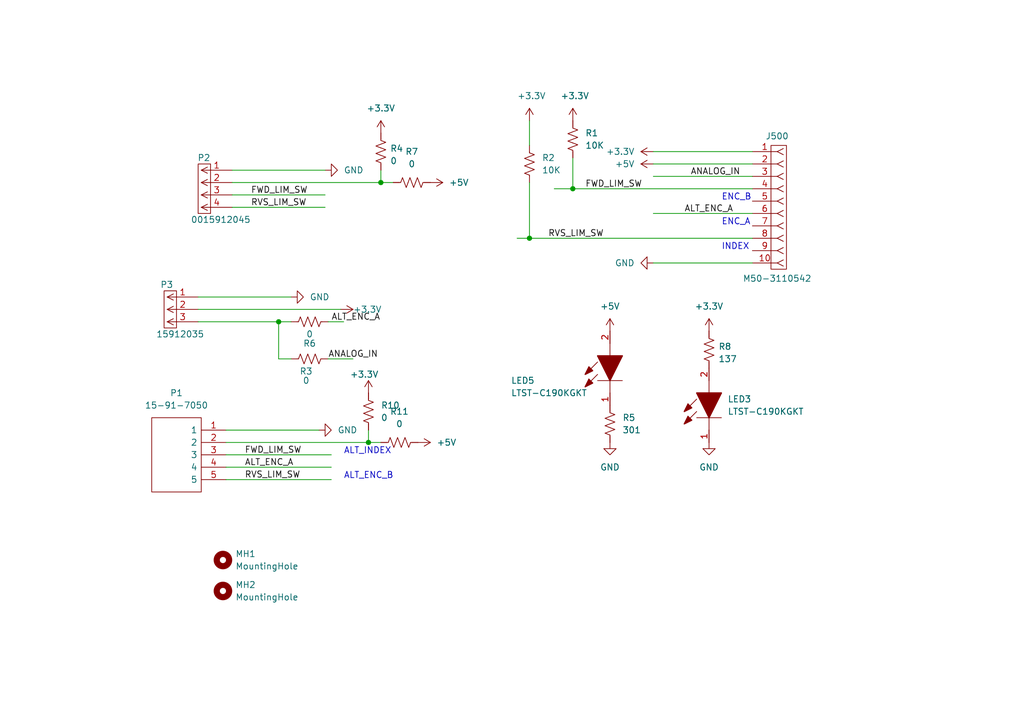
<source format=kicad_sch>
(kicad_sch (version 20230121) (generator eeschema)
  (paper "A5")
  (title_block (title "MAVspark - SparkMax Breakout") (date "2023-03-06") (rev "3") (company "4727 Maverick Robotics"))
  (lib_symbols
    (symbol "Device:R_US" (pin_numbers hide) (pin_names (offset 0))
      (property "Reference" "R" (at 2.54 0 90))
      (property "Value" "R_US" (at -2.54 0 90))
      (symbol "R_US_0_1"
        (polyline (pts (xy 0 -2.286) (xy 0 -2.54)))
        (polyline (pts (xy 0 2.286) (xy 0 2.54)))
        (polyline (pts (xy 0 -0.762) (xy 1.016 -1.143) (xy 0 -1.524) (xy -1.016 -1.905) (xy 0 -2.286)))
        (polyline (pts (xy 0 0.762) (xy 1.016 0.381) (xy 0 0) (xy -1.016 -0.381) (xy 0 -0.762)))
        (polyline (pts (xy 0 2.286) (xy 1.016 1.905) (xy 0 1.524) (xy -1.016 1.143) (xy 0 0.762)))
      )
      (symbol "R_US_1_1"
        (pin passive line (at 0 3.81 270) (length 1.27) (name "~") (number "1"))
        (pin passive line (at 0 -3.81 90) (length 1.27) (name "~") (number "2"))
      )
    )
    (symbol "Library Loader:15-91-7050" (pin_names (offset 0.762))
      (property "Reference" "J" (at 16.51 7.62 0))
      (property "Value" "15-91-7050" (at 16.51 5.08 0))
      (symbol "15-91-7050_0_0"
        (pin passive line (at 0 -10.16 0) (length 5.08) (name "1") (number "1"))
        (pin passive line (at 0 -7.62 0) (length 5.08) (name "2") (number "2"))
        (pin passive line (at 0 -5.08 0) (length 5.08) (name "3") (number "3"))
        (pin passive line (at 0 -2.54 0) (length 5.08) (name "4") (number "4"))
        (pin passive line (at 0 0 0) (length 5.08) (name "5") (number "5"))
      )
      (symbol "15-91-7050_0_1"
        (polyline (pts (xy 5.08 2.54) (xy 15.24 2.54) (xy 15.24 -12.7) (xy 5.08 -12.7) (xy 5.08 2.54)) (stroke (width 0.1524)))
      )
    )
    (symbol "Mechanical:MountingHole" (pin_names (offset 1.016))
      (property "Reference" "H" (at 0 5.08 0))
      (property "Value" "MountingHole" (at 0 3.175 0))
      (symbol "MountingHole_0_1"
        (circle (center 0 0) (radius 1.27) (stroke (width 1.27)))
      )
    )
    (symbol "import:0015912045" (pin_names (offset 0.762))
      (property "Reference" "P?" (at 3.81 7.62 0))
      (property "Value" "0015912045" (at -5.715 -5.08 0))
      (symbol "0015912045_0_0"
        (pin passive line (at -0.635 5.08 0) (length 6.35) (name "") (number "1"))
        (pin passive line (at -0.635 2.54 0) (length 6.35) (name "") (number "2"))
        (pin passive line (at -0.635 0 0) (length 6.35) (name "") (number "3"))
        (pin passive line (at -0.635 -2.54 0) (length 6.35) (name "") (number "4"))
      )
      (symbol "0015912045_0_1"
        (polyline (pts (xy 5.715 -2.54) (xy 4.445 -3.175)))
        (polyline (pts (xy 5.715 -2.54) (xy 4.445 -1.905)))
        (polyline (pts (xy 5.715 0) (xy 4.445 -0.635)))
        (polyline (pts (xy 5.715 0) (xy 4.445 0.635)))
        (polyline (pts (xy 5.715 2.54) (xy 4.445 1.905)))
        (polyline (pts (xy 5.715 2.54) (xy 4.445 3.175)))
        (polyline (pts (xy 5.715 5.08) (xy 4.445 4.445)))
        (polyline (pts (xy 5.715 5.08) (xy 4.445 5.715)))
        (polyline (pts (xy 3.81 6.35) (xy 6.35 6.35) (xy 6.35 -3.81) (xy 3.81 -3.81) (xy 3.81 6.35)) (stroke (width 0.1524)))
      )
    )
    (symbol "import:15-91-7030" (pin_names (offset 0.762))
      (property "Reference" "P?" (at 3.175 5.08 0))
      (property "Value" "15-91-7030" (at -6.985 -5.08 0))
      (symbol "15-91-7030_0_0"
        (pin passive line (at -1.27 2.54 0) (length 6.35) (name "") (number "1"))
        (pin passive line (at -1.27 0 0) (length 6.35) (name "") (number "2"))
        (pin passive line (at -1.27 -2.54 0) (length 6.35) (name "") (number "3"))
      )
      (symbol "15-91-7030_0_1"
        (polyline (pts (xy 5.08 -2.54) (xy 3.81 -3.175)))
        (polyline (pts (xy 5.08 -2.54) (xy 3.81 -1.905)))
        (polyline (pts (xy 5.08 0) (xy 3.81 -0.635)))
        (polyline (pts (xy 5.08 0) (xy 3.81 0.635)))
        (polyline (pts (xy 5.08 2.54) (xy 3.81 1.905)))
        (polyline (pts (xy 5.08 2.54) (xy 3.81 3.175)))
        (polyline (pts (xy 3.175 3.81) (xy 5.715 3.81) (xy 5.715 -3.81) (xy 3.175 -3.81) (xy 3.175 3.81)) (stroke (width 0.1524)))
      )
    )
    (symbol "import:LTST-C190KGKT" (pin_names (offset 0.762))
      (property "Reference" "LED" (at 12.7 8.89 0))
      (property "Value" "LTST-C190KGKT" (at 12.7 6.35 0))
      (symbol "LTST-C190KGKT_0_0"
        (pin passive line (at 0 0 0) (length 2.54) (name "~") (number "1"))
        (pin passive line (at 15.24 0 180) (length 2.54) (name "~") (number "2"))
      )
      (symbol "LTST-C190KGKT_0_1"
        (polyline (pts (xy 2.54 0) (xy 5.08 0)) (stroke (width 0.1524)))
        (polyline (pts (xy 5.08 2.54) (xy 5.08 -2.54)) (stroke (width 0.1524)))
        (polyline (pts (xy 6.35 2.54) (xy 3.81 5.08)) (stroke (width 0.1524)))
        (polyline (pts (xy 8.89 2.54) (xy 6.35 5.08)) (stroke (width 0.1524)))
        (polyline (pts (xy 10.16 0) (xy 12.7 0)) (stroke (width 0.1524)))
        (polyline (pts (xy 5.08 0) (xy 10.16 2.54) (xy 10.16 -2.54) (xy 5.08 0)) (stroke (width 0.254)) (fill (type outline)))
        (polyline (pts (xy 5.334 4.318) (xy 4.572 3.556) (xy 3.81 5.08) (xy 5.334 4.318)) (stroke (width 0.254)) (fill (type outline)))
        (polyline (pts (xy 7.874 4.318) (xy 7.112 3.556) (xy 6.35 5.08) (xy 7.874 4.318)) (stroke (width 0.254)) (fill (type outline)))
      )
    )
    (symbol "import:M50-3110542" (pin_names (offset 0.762))
      (property "Reference" "J?" (at 1.27 13.335 0))
      (property "Value" "M50-3110542" (at 1.27 -14.605 0))
      (symbol "M50-3110542_0_0"
        (pin passive line (at 6.35 10.795 180) (length 5.08) (name "") (number "1"))
        (pin passive line (at 6.35 -12.065 180) (length 5.08) (name "") (number "10"))
        (pin passive line (at 6.35 8.255 180) (length 5.08) (name "") (number "2"))
        (pin passive line (at 6.35 5.715 180) (length 5.08) (name "") (number "3"))
        (pin passive line (at 6.35 3.175 180) (length 5.08) (name "") (number "4"))
        (pin passive line (at 6.35 0.635 180) (length 5.08) (name "") (number "5"))
        (pin passive line (at 6.35 -1.905 180) (length 5.08) (name "") (number "6"))
        (pin passive line (at 6.35 -4.445 180) (length 5.08) (name "") (number "7"))
        (pin passive line (at 6.35 -6.985 180) (length 5.08) (name "") (number "8"))
        (pin passive line (at 6.35 -9.525 180) (length 5.08) (name "") (number "9"))
      )
      (symbol "M50-3110542_0_1"
        (polyline (pts (xy 1.27 -12.065) (xy 0 -12.7)))
        (polyline (pts (xy 1.27 -12.065) (xy 0 -11.43)))
        (polyline (pts (xy 1.27 -9.525) (xy 0 -10.16)))
        (polyline (pts (xy 1.27 -9.525) (xy 0 -8.89)))
        (polyline (pts (xy 1.27 -6.985) (xy 0 -7.62)))
        (polyline (pts (xy 1.27 -6.985) (xy 0 -6.35)))
        (polyline (pts (xy 1.27 -4.445) (xy 0 -5.08)))
        (polyline (pts (xy 1.27 -4.445) (xy 0 -3.81)))
        (polyline (pts (xy 1.27 -1.905) (xy 0 -2.54)))
        (polyline (pts (xy 1.27 -1.905) (xy 0 -1.27)))
        (polyline (pts (xy 1.27 0.635) (xy 0 0)))
        (polyline (pts (xy 1.27 0.635) (xy 0 1.27)))
        (polyline (pts (xy 1.27 3.175) (xy 0 2.54)))
        (polyline (pts (xy 1.27 3.175) (xy 0 3.81)))
        (polyline (pts (xy 1.27 5.715) (xy 0 5.08)))
        (polyline (pts (xy 1.27 5.715) (xy 0 6.35)))
        (polyline (pts (xy 1.27 8.255) (xy 0 7.62)))
        (polyline (pts (xy 1.27 8.255) (xy 0 8.89)))
        (polyline (pts (xy 1.27 10.795) (xy 0 10.16)))
        (polyline (pts (xy 1.27 10.795) (xy 0 11.43)))
        (polyline (pts (xy -0.635 12.065) (xy 2.54 12.065) (xy 2.54 -13.335) (xy -0.635 -13.335) (xy -0.635 12.065)) (stroke (width 0.1524)))
      )
    )
    (symbol "power:+3.3V" (power) (pin_names (offset 0))
      (property "Value" "+3.3V" (at 0 3.556 0))
      (symbol "+3.3V_0_1"
        (polyline (pts (xy -0.762 1.27) (xy 0 2.54)))
        (polyline (pts (xy 0 0) (xy 0 2.54)))
        (polyline (pts (xy 0 2.54) (xy 0.762 1.27)))
      )
      (symbol "+3.3V_1_1"
        (pin power_in line (at 0 0 90) (length 0) hide (name "+3.3V") (number "1"))
      )
    )
    (symbol "power:+5V" (power) (pin_names (offset 0))
      (property "Value" "+5V" (at 0 3.556 0))
      (symbol "+5V_0_1"
        (polyline (pts (xy -0.762 1.27) (xy 0 2.54)))
        (polyline (pts (xy 0 0) (xy 0 2.54)))
        (polyline (pts (xy 0 2.54) (xy 0.762 1.27)))
      )
      (symbol "+5V_1_1"
        (pin power_in line (at 0 0 90) (length 0) hide (name "+5V") (number "1"))
      )
    )
    (symbol "power:GND" (power) (pin_names (offset 0))
      (property "Value" "GND" (at 0 -3.81 0))
      (symbol "GND_0_1"
        (polyline (pts (xy 0 0) (xy 0 -1.27) (xy 1.27 -1.27) (xy 0 -2.54) (xy -1.27 -1.27) (xy 0 -1.27)))
      )
      (symbol "GND_1_1"
        (pin power_in line (at 0 0 270) (length 0) hide (name "GND") (number "1"))
      )
    )
  )
  (junction (at 75.565 90.805))
  (junction (at 78.105 37.465))
  (junction (at 57.15 66.04))
  (junction (at 117.475 38.735))
  (junction (at 108.585 48.895))
  (wire (pts (xy 117.475 38.735) (xy 154.305 38.735)))
  (wire (pts (xy 47.625 42.545) (xy 66.675 42.545)))
  (wire (pts (xy 47.625 40.005) (xy 66.675 40.005)))
  (wire (pts (xy 40.64 63.5) (xy 69.85 63.5)))
  (wire (pts (xy 46.355 95.885) (xy 67.945 95.885)))
  (wire (pts (xy 46.355 90.805) (xy 75.565 90.805)))
  (wire (pts (xy 47.625 37.465) (xy 78.105 37.465)))
  (wire (pts (xy 78.105 34.925) (xy 78.105 37.465)))
  (wire (pts (xy 46.355 88.265) (xy 65.405 88.265)))
  (wire (pts (xy 40.64 60.96) (xy 59.69 60.96)))
  (wire (pts (xy 46.355 98.425) (xy 67.945 98.425)))
  (wire (pts (xy 133.985 53.975) (xy 154.305 53.975)))
  (wire (pts (xy 67.31 73.66) (xy 72.39 73.66)))
  (wire (pts (xy 40.64 66.04) (xy 57.15 66.04)))
  (wire (pts (xy 46.355 93.345) (xy 67.945 93.345)))
  (wire (pts (xy 133.985 31.115) (xy 154.305 31.115)))
  (wire (pts (xy 108.585 29.845) (xy 108.585 24.765)))
  (wire (pts (xy 47.625 34.925) (xy 66.675 34.925)))
  (wire (pts (xy 108.585 48.895) (xy 154.305 48.895)))
  (wire (pts (xy 78.105 37.465) (xy 80.645 37.465)))
  (wire (pts (xy 57.15 66.04) (xy 57.15 73.66)))
  (wire (pts (xy 75.565 90.805) (xy 78.105 90.805)))
  (wire (pts (xy 106.045 48.895) (xy 108.585 48.895)))
  (wire (pts (xy 67.31 66.04) (xy 70.485 66.04)))
  (wire (pts (xy 133.985 36.195) (xy 154.305 36.195)))
  (wire (pts (xy 57.15 66.04) (xy 59.69 66.04)))
  (wire (pts (xy 133.985 33.655) (xy 154.305 33.655)))
  (wire (pts (xy 117.475 32.385) (xy 117.475 38.735)))
  (wire (pts (xy 108.585 37.465) (xy 108.585 48.895)))
  (wire (pts (xy 133.985 43.815) (xy 154.305 43.815)))
  (wire (pts (xy 57.15 73.66) (xy 59.69 73.66)))
  (wire (pts (xy 113.665 38.735) (xy 117.475 38.735)))
  (wire (pts (xy 75.565 88.265) (xy 75.565 90.805)))
  (text "ALT_ENC_B" (at 70.485 98.425 0) (effects (font (size 1.27 1.27)) (justify left bottom)))
  (text "ALT_INDEX" (at 70.485 93.345 0) (effects (font (size 1.27 1.27)) (justify left bottom)))
  (text "ENC_B" (at 147.955 41.275 0) (effects (font (size 1.27 1.27)) (justify left bottom)))
  (text "INDEX\n" (at 147.955 51.435 0) (effects (font (size 1.27 1.27)) (justify left bottom)))
  (text "ENC_A" (at 147.955 46.355 0) (effects (font (size 1.27 1.27)) (justify left bottom)))
  (label "FWD_LIM_SW" (at 120.015 38.735 0))
  (label "RVS_LIM_SW" (at 112.395 48.895 0))
  (label "ANALOG_IN" (at 141.605 36.195 0))
  (label "ANALOG_IN" (at 67.31 73.66 0))
  (label "FWD_LIM_SW" (at 50.165 93.345 0))
  (label "RVS_LIM_SW" (at 51.435 42.545 0))
  (label "RVS_LIM_SW" (at 50.165 98.425 0))
  (label "ALT_ENC_A" (at 50.165 95.885 0))
  (label "ALT_ENC_A" (at 140.335 43.815 0))
  (label "FWD_LIM_SW" (at 51.435 40.005 0))
  (label "ALT_ENC_A" (at 67.945 66.04 0))
  (symbol (lib_id "power:+3.3V") (at 108.585 24.765 0) (unit 1)
    (property "Reference" "#PWR0115" (effects hide))
    (property "Value" "+3.3V" (at 106.045 19.685 0) (effects (justify left)))
  )
  (symbol (lib_id "Mechanical:MountingHole") (at 45.72 121.285 0) (unit 1)
    (property "Reference" "MH2" (at 48.26 120.0149 0) (effects (justify left)))
    (property "Value" "MountingHole" (at 48.26 122.5549 0) (effects (justify left)))
    (property "Footprint" "MountingHole:MountingHole_3.2mm_M3" (effects hide))
  )
  (symbol (lib_id "import:LTST-C190KGKT") (at 145.415 90.805 90) (unit 1)
    (property "Reference" "LED3" (at 149.225 81.9149 90) (effects (justify right)))
    (property "Value" "LTST-C190KGKT" (at 149.225 84.4549 90) (effects (justify right)))
    (property "Footprint" "LED_SMD:LED_0603_1608Metric_Pad1.05x0.95mm_HandSolder" (effects hide))
    (property "Description" "Lite-On LTST-C190KGKT, 571 nm Green LED, 1608 (0603) SMD package" (effects hide))
    (property "Height" "0.8" (effects hide))
    (property "Mouser Part Number" "859-LTST-C190KGKT" (effects hide))
    (property "Mouser Price/Stock" "https://www.mouser.co.uk/ProductDetail/Lite-On/LTST-C190KGKT?qs=205qCy6M2Q%252BAdcgwUZktqw%3D%3D" (effects hide))
    (property "Manufacturer_Name" "Lite-On" (effects hide))
    (property "Manufacturer_Part_Number" "LTST-C190KGKT" (effects hide))
  )
  (symbol (lib_id "Device:R_US") (at 84.455 37.465 270) (unit 1)
    (property "Reference" "R7" (at 84.455 31.115 90))
    (property "Value" "0" (at 84.455 33.655 90))
    (property "Footprint" "Resistor_SMD:R_0805_2012Metric_Pad1.20x1.40mm_HandSolder" (effects hide))
  )
  (symbol (lib_id "import:15-91-7030") (at 39.37 63.5 0) (mirror y) (unit 1)
    (property "Reference" "P3" (at 35.56 58.42 0) (effects (justify left)))
    (property "Value" "15912035" (at 41.91 68.58 0) (effects (justify left)))
    (property "Footprint" "Library Loader:15912035" (effects hide))
    (property "Datasheet" "https://componentsearchengine.com/Datasheets/1/15-91-7030.pdf" (effects hide))
    (property "Description" "2.54mm Pitch SL Wire-to-Board Header, Low Profile, Surface Mount, Single Row, Right-Angle, 3.05mm Pocket, Shrouded, with Press-fit Plastic Peg,  Circuits, Tin (Sn) Plating, Embossed Tape Packaging" (effects hide))
    (property "Height" "7.38" (effects hide))
    (property "Mouser Part Number" "538-15-91-7030" (effects hide))
    (property "Mouser Price/Stock" "https://www.mouser.com/Search/Refine.aspx?Keyword=538-15-91-7030" (effects hide))
    (property "Manufacturer_Name" "Molex" (effects hide))
    (property "Manufacturer_Part_Number" "15-91-7030" (effects hide))
  )
  (symbol (lib_id "import:0015912045") (at 46.99 40.005 0) (mirror y) (unit 1)
    (property "Reference" "P2" (at 43.18 32.385 0) (effects (justify left)))
    (property "Value" "0015912045" (at 51.435 45.085 0) (effects (justify left)))
    (property "Footprint" "Library Loader:0015912045" (effects hide))
    (property "Datasheet" "https://www.molex.com/pdm_docs/sd/015912045_sd.pdf" (effects hide))
    (property "Description" "2.54mm Pitch SL Wire-to-Board Header, Low Profile, Surface Mount, Single Row, Right-Angle, 3.05mm Pocket, Shrouded, with Press-fit Plastic Peg,  Circuits, Tin (Sn) Plating, Embossed Tape Packaging" (effects hide))
    (property "Height" "7.38" (effects hide))
    (property "Manufacturer_Name" "Molex" (effects hide))
    (property "Manufacturer_Part_Number" "0015912045" (effects hide))
    (property "Mouser Part Number" "N/A" (effects hide))
    (property "Mouser Price/Stock" "https://www.mouser.com/Search/Refine.aspx?Keyword=N%2FA" (effects hide))
    (property "Arrow Part Number" "0015912045" (effects hide))
    (property "Arrow Price/Stock" "https://www.arrow.com/en/products/0015912045/molex" (effects hide))
  )
  (symbol (lib_id "power:+3.3V") (at 75.565 80.645 0) (unit 1)
    (property "Reference" "#PWR0113" (effects hide))
    (property "Value" "+3.3V" (at 71.755 76.835 0) (effects (justify left)))
  )
  (symbol (lib_id "power:+5V") (at 125.095 67.945 0) (unit 1)
    (property "Reference" "#PWR0108" (effects hide))
    (property "Value" "+5V" (at 125.095 62.865 0))
  )
  (symbol (lib_id "power:+5V") (at 133.985 33.655 90) (unit 1)
    (property "Reference" "#PWR0107" (effects hide))
    (property "Value" "+5V" (at 130.175 33.6549 90) (effects (justify left)))
  )
  (symbol (lib_id "power:+3.3V") (at 117.475 24.765 0) (unit 1)
    (property "Reference" "#PWR0116" (effects hide))
    (property "Value" "+3.3V" (at 114.935 19.685 0) (effects (justify left)))
  )
  (symbol (lib_id "Device:R_US") (at 81.915 90.805 270) (unit 1)
    (property "Reference" "R11" (at 81.915 84.455 90))
    (property "Value" "0" (at 81.915 86.995 90))
    (property "Footprint" "Resistor_SMD:R_0805_2012Metric_Pad1.20x1.40mm_HandSolder" (effects hide))
  )
  (symbol (lib_id "Device:R_US") (at 145.415 71.755 0) (unit 1)
    (property "Reference" "R8" (at 147.32 71.12 0) (effects (justify left)))
    (property "Value" "137" (at 147.32 73.66 0) (effects (justify left)))
    (property "Footprint" "Resistor_SMD:R_0603_1608Metric_Pad0.98x0.95mm_HandSolder" (effects hide))
  )
  (symbol (lib_id "Device:R_US") (at 78.105 31.115 180) (unit 1)
    (property "Reference" "R4" (at 80.01 30.48 0) (effects (justify right)))
    (property "Value" "0" (at 80.01 33.02 0) (effects (justify right)))
    (property "Footprint" "Resistor_SMD:R_0805_2012Metric_Pad1.20x1.40mm_HandSolder" (effects hide))
  )
  (symbol (lib_id "power:+3.3V") (at 145.415 67.945 0) (unit 1)
    (property "Reference" "#PWR0105" (effects hide))
    (property "Value" "+3.3V" (at 145.415 62.865 0))
  )
  (symbol (lib_id "import:LTST-C190KGKT") (at 125.095 83.185 90) (unit 1)
    (property "Reference" "LED5" (at 104.775 78.105 90) (effects (justify right)))
    (property "Value" "LTST-C190KGKT" (at 104.775 80.645 90) (effects (justify right)))
    (property "Footprint" "LED_SMD:LED_0603_1608Metric_Pad1.05x0.95mm_HandSolder" (effects hide))
    (property "Description" "Lite-On LTST-C190KGKT, 571 nm Green LED, 1608 (0603) SMD package" (effects hide))
    (property "Height" "0.8" (effects hide))
    (property "Mouser Part Number" "859-LTST-C190KGKT" (effects hide))
    (property "Mouser Price/Stock" "https://www.mouser.co.uk/ProductDetail/Lite-On/LTST-C190KGKT?qs=205qCy6M2Q%252BAdcgwUZktqw%3D%3D" (effects hide))
    (property "Manufacturer_Name" "Lite-On" (effects hide))
    (property "Manufacturer_Part_Number" "LTST-C190KGKT" (effects hide))
  )
  (symbol (lib_id "power:+5V") (at 88.265 37.465 270) (unit 1)
    (property "Reference" "#PWR0118" (effects hide))
    (property "Value" "+5V" (at 92.075 37.4649 90) (effects (justify left)))
  )
  (symbol (lib_id "power:GND") (at 59.69 60.96 90) (unit 1)
    (property "Reference" "#PWR0112" (effects hide))
    (property "Value" "GND" (at 63.5 60.9599 90) (effects (justify right)))
  )
  (symbol (lib_id "Device:R_US") (at 117.475 28.575 180) (unit 1)
    (property "Reference" "R1" (at 120.015 27.3049 0) (effects (justify right)))
    (property "Value" "10K" (at 120.015 29.8449 0) (effects (justify right)))
    (property "Footprint" "Resistor_SMD:R_0603_1608Metric_Pad0.98x0.95mm_HandSolder" (effects hide))
  )
  (symbol (lib_id "power:GND") (at 65.405 88.265 90) (unit 1)
    (property "Reference" "#PWR0110" (effects hide))
    (property "Value" "GND" (at 69.215 88.2649 90) (effects (justify right)))
  )
  (symbol (lib_id "power:GND") (at 145.415 90.805 0) (unit 1)
    (property "Reference" "#PWR0104" (effects hide))
    (property "Value" "GND" (at 145.415 95.885 0))
  )
  (symbol (lib_id "power:GND") (at 133.985 53.975 270) (unit 1)
    (property "Reference" "#PWR0106" (effects hide))
    (property "Value" "GND" (at 130.175 53.9749 90) (effects (justify right)))
  )
  (symbol (lib_id "import:M50-3110542") (at 160.655 41.91 0) (mirror y) (unit 1)
    (property "Reference" "J500" (at 159.385 27.94 0))
    (property "Value" "M50-3110542" (at 159.385 57.15 0))
    (property "Footprint" "Library Loader:M503110542" (effects hide))
    (property "Datasheet" "https://cdn.harwin.com/pdfs/M50-311.pdf" (effects hide))
    (property "Description" "Headers & Wire Housings 5+5 DIL SMT SKT WITH POST" (effects hide))
    (property "Height" "4.85" (effects hide))
    (property "Mouser Part Number" "855-M50-3110542" (effects hide))
    (property "Mouser Price/Stock" "https://www.mouser.co.uk/ProductDetail/Harwin/M50-3110542?qs=9fQaSFfsqszB0q9gosr4Mg%3D%3D" (effects hide))
    (property "Manufacturer_Name" "Harwin" (effects hide))
    (property "Manufacturer_Part_Number" "M50-3110542" (effects hide))
  )
  (symbol (lib_id "Device:R_US") (at 63.5 66.04 90) (unit 1)
    (property "Reference" "R6" (at 63.5 70.485 90))
    (property "Value" "0" (at 63.5 68.58 90))
    (property "Footprint" "Resistor_SMD:R_0805_2012Metric_Pad1.20x1.40mm_HandSolder" (effects hide))
  )
  (symbol (lib_id "Device:R_US") (at 125.095 86.995 0) (unit 1)
    (property "Reference" "R5" (at 127.635 85.7249 0) (effects (justify left)))
    (property "Value" "301" (at 127.635 88.2649 0) (effects (justify left)))
    (property "Footprint" "Resistor_SMD:R_0603_1608Metric_Pad0.98x0.95mm_HandSolder" (effects hide))
  )
  (symbol (lib_id "Device:R_US") (at 108.585 33.655 0) (unit 1)
    (property "Reference" "R2" (at 111.125 32.3849 0) (effects (justify left)))
    (property "Value" "10K" (at 111.125 34.9249 0) (effects (justify left)))
    (property "Footprint" "Resistor_SMD:R_0603_1608Metric_Pad0.98x0.95mm_HandSolder" (effects hide))
  )
  (symbol (lib_id "power:+5V") (at 85.725 90.805 270) (unit 1)
    (property "Reference" "#PWR0103" (effects hide))
    (property "Value" "+5V" (at 89.535 90.8049 90) (effects (justify left)))
  )
  (symbol (lib_id "power:+3.3V") (at 78.105 27.305 0) (unit 1)
    (property "Reference" "#PWR0117" (effects hide))
    (property "Value" "+3.3V" (at 78.105 22.225 0))
  )
  (symbol (lib_id "Device:R_US") (at 63.5 73.66 90) (unit 1)
    (property "Reference" "R3" (at 64.135 76.2 90) (effects (justify left)))
    (property "Value" "0" (at 63.5 78.105 90) (effects (justify left)))
    (property "Footprint" "Resistor_SMD:R_0805_2012Metric_Pad1.20x1.40mm_HandSolder" (effects hide))
  )
  (symbol (lib_id "Library Loader:15-91-7050") (at 46.355 98.425 180) (unit 1)
    (property "Reference" "P1" (at 36.195 80.645 0))
    (property "Value" "15-91-7050" (at 36.195 83.185 0))
    (property "Footprint" "Library Loader:15917050" (effects hide))
    (property "Datasheet" "https://www.mouser.com/datasheet/2/276/3/0015917050_PCB_HEADERS-2855507.pdf" (effects hide))
    (property "Description" "2.54mm Pitch SL Wire-to-Board Header, Low Profile, Surface Mount, Single Row, Right-Angle, 3.05mm Pocket, Shrouded, with Press-fit Plastic Peg,  Circuits, Tin (Sn) Plating, Embossed Tape Packaging" (effects hide))
    (property "Height" "7.38" (effects hide))
    (property "Manufacturer_Name" "Molex" (effects hide))
    (property "Manufacturer_Part_Number" "15-91-7050" (effects hide))
    (property "Mouser Part Number" "538-15-91-7050" (effects hide))
    (property "Mouser Price/Stock" "https://www.mouser.co.uk/ProductDetail/Molex/15-91-7050?qs=9GkFbIK8PKA0zLwr%2FmKOQQ%3D%3D" (effects hide))
  )
  (symbol (lib_id "power:+3.3V") (at 133.985 31.115 90) (unit 1)
    (property "Reference" "#PWR0109" (effects hide))
    (property "Value" "+3.3V" (at 130.175 31.1149 90) (effects (justify left)))
  )
  (symbol (lib_id "Mechanical:MountingHole") (at 45.72 114.935 0) (unit 1)
    (property "Reference" "MH1" (at 48.26 113.6649 0) (effects (justify left)))
    (property "Value" "MountingHole" (at 48.26 116.2049 0) (effects (justify left)))
    (property "Footprint" "MountingHole:MountingHole_3.2mm_M3" (effects hide))
  )
  (symbol (lib_id "power:+3.3V") (at 69.85 63.5 270) (unit 1)
    (property "Reference" "#PWR0111" (effects hide))
    (property "Value" "+3.3V" (at 72.39 63.5 90) (effects (justify left)))
  )
  (symbol (lib_id "power:GND") (at 66.675 34.925 90) (unit 1)
    (property "Reference" "#PWR0114" (effects hide))
    (property "Value" "GND" (at 70.485 34.9249 90) (effects (justify right)))
  )
  (symbol (lib_id "power:GND") (at 125.095 90.805 0) (unit 1)
    (property "Reference" "#PWR0102" (effects hide))
    (property "Value" "GND" (at 125.095 95.885 0))
  )
  (symbol (lib_id "Device:R_US") (at 75.565 84.455 0) (unit 1)
    (property "Reference" "R10" (at 78.105 83.1849 0) (effects (justify left)))
    (property "Value" "0" (at 78.105 85.7249 0) (effects (justify left)))
    (property "Footprint" "Resistor_SMD:R_0805_2012Metric_Pad1.20x1.40mm_HandSolder" (effects hide))
  )
)
</source>
